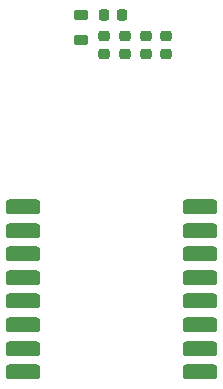
<source format=gbr>
%TF.GenerationSoftware,KiCad,Pcbnew,(7.0.0-0)*%
%TF.CreationDate,2023-04-26T18:05:17+10:00*%
%TF.ProjectId,neptune,6e657074-756e-4652-9e6b-696361645f70,rev?*%
%TF.SameCoordinates,Original*%
%TF.FileFunction,Paste,Bot*%
%TF.FilePolarity,Positive*%
%FSLAX46Y46*%
G04 Gerber Fmt 4.6, Leading zero omitted, Abs format (unit mm)*
G04 Created by KiCad (PCBNEW (7.0.0-0)) date 2023-04-26 18:05:17*
%MOMM*%
%LPD*%
G01*
G04 APERTURE LIST*
G04 Aperture macros list*
%AMRoundRect*
0 Rectangle with rounded corners*
0 $1 Rounding radius*
0 $2 $3 $4 $5 $6 $7 $8 $9 X,Y pos of 4 corners*
0 Add a 4 corners polygon primitive as box body*
4,1,4,$2,$3,$4,$5,$6,$7,$8,$9,$2,$3,0*
0 Add four circle primitives for the rounded corners*
1,1,$1+$1,$2,$3*
1,1,$1+$1,$4,$5*
1,1,$1+$1,$6,$7*
1,1,$1+$1,$8,$9*
0 Add four rect primitives between the rounded corners*
20,1,$1+$1,$2,$3,$4,$5,0*
20,1,$1+$1,$4,$5,$6,$7,0*
20,1,$1+$1,$6,$7,$8,$9,0*
20,1,$1+$1,$8,$9,$2,$3,0*%
G04 Aperture macros list end*
%ADD10RoundRect,0.225000X-0.250000X0.225000X-0.250000X-0.225000X0.250000X-0.225000X0.250000X0.225000X0*%
%ADD11RoundRect,0.317500X-1.157500X-0.317500X1.157500X-0.317500X1.157500X0.317500X-1.157500X0.317500X0*%
%ADD12RoundRect,0.218750X0.381250X-0.218750X0.381250X0.218750X-0.381250X0.218750X-0.381250X-0.218750X0*%
%ADD13RoundRect,0.225000X-0.225000X-0.250000X0.225000X-0.250000X0.225000X0.250000X-0.225000X0.250000X0*%
G04 APERTURE END LIST*
D10*
%TO.C,C23*%
X124380000Y-94250000D03*
X124380000Y-95800000D03*
%TD*%
%TO.C,C10*%
X120880000Y-94250000D03*
X120880000Y-95800000D03*
%TD*%
D11*
%TO.C,U5*%
X112225000Y-122750000D03*
X112225000Y-120750000D03*
X112225000Y-118750000D03*
X112225000Y-116750000D03*
X112225000Y-114750000D03*
X112225000Y-112750000D03*
X112225000Y-110750000D03*
X112225000Y-108750000D03*
X127275000Y-108750000D03*
X127275000Y-110750000D03*
X127275000Y-112750000D03*
X127275000Y-114750000D03*
X127275000Y-116750000D03*
X127275000Y-118750000D03*
X127275000Y-120750000D03*
X127275000Y-122750000D03*
%TD*%
D12*
%TO.C,L2*%
X117120000Y-94587500D03*
X117120000Y-92462500D03*
%TD*%
D10*
%TO.C,C9*%
X119120000Y-94250000D03*
X119120000Y-95800000D03*
%TD*%
%TO.C,C22*%
X122630000Y-94250000D03*
X122630000Y-95800000D03*
%TD*%
D13*
%TO.C,C11*%
X119095000Y-92525000D03*
X120645000Y-92525000D03*
%TD*%
M02*

</source>
